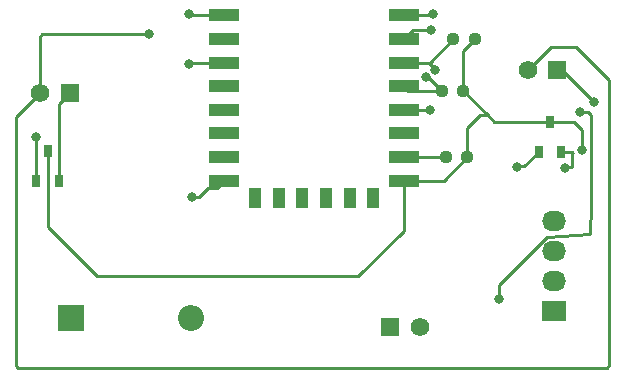
<source format=gbr>
%TF.GenerationSoftware,KiCad,Pcbnew,8.0.1*%
%TF.CreationDate,2024-04-05T19:32:32+05:30*%
%TF.ProjectId,TinyDrone,54696e79-4472-46f6-9e65-2e6b69636164,rev?*%
%TF.SameCoordinates,Original*%
%TF.FileFunction,Copper,L1,Top*%
%TF.FilePolarity,Positive*%
%FSLAX46Y46*%
G04 Gerber Fmt 4.6, Leading zero omitted, Abs format (unit mm)*
G04 Created by KiCad (PCBNEW 8.0.1) date 2024-04-05 19:32:32*
%MOMM*%
%LPD*%
G01*
G04 APERTURE LIST*
G04 Aperture macros list*
%AMRoundRect*
0 Rectangle with rounded corners*
0 $1 Rounding radius*
0 $2 $3 $4 $5 $6 $7 $8 $9 X,Y pos of 4 corners*
0 Add a 4 corners polygon primitive as box body*
4,1,4,$2,$3,$4,$5,$6,$7,$8,$9,$2,$3,0*
0 Add four circle primitives for the rounded corners*
1,1,$1+$1,$2,$3*
1,1,$1+$1,$4,$5*
1,1,$1+$1,$6,$7*
1,1,$1+$1,$8,$9*
0 Add four rect primitives between the rounded corners*
20,1,$1+$1,$2,$3,$4,$5,0*
20,1,$1+$1,$4,$5,$6,$7,0*
20,1,$1+$1,$6,$7,$8,$9,0*
20,1,$1+$1,$8,$9,$2,$3,0*%
G04 Aperture macros list end*
%TA.AperFunction,SMDPad,CuDef*%
%ADD10R,0.700000X1.000000*%
%TD*%
%TA.AperFunction,SMDPad,CuDef*%
%ADD11RoundRect,0.237500X-0.250000X-0.237500X0.250000X-0.237500X0.250000X0.237500X-0.250000X0.237500X0*%
%TD*%
%TA.AperFunction,ComponentPad*%
%ADD12R,1.575000X1.575000*%
%TD*%
%TA.AperFunction,ComponentPad*%
%ADD13C,1.575000*%
%TD*%
%TA.AperFunction,SMDPad,CuDef*%
%ADD14R,2.500000X1.000000*%
%TD*%
%TA.AperFunction,SMDPad,CuDef*%
%ADD15R,1.000000X1.800000*%
%TD*%
%TA.AperFunction,ComponentPad*%
%ADD16R,2.030000X1.730000*%
%TD*%
%TA.AperFunction,ComponentPad*%
%ADD17O,2.030000X1.730000*%
%TD*%
%TA.AperFunction,ComponentPad*%
%ADD18R,2.200000X2.200000*%
%TD*%
%TA.AperFunction,ComponentPad*%
%ADD19O,2.200000X2.200000*%
%TD*%
%TA.AperFunction,ViaPad*%
%ADD20C,0.800000*%
%TD*%
%TA.AperFunction,Conductor*%
%ADD21C,0.250000*%
%TD*%
G04 APERTURE END LIST*
D10*
%TO.P,Q1,1*%
%TO.N,/M2*%
X81990000Y-88460000D03*
%TO.P,Q1,2*%
%TO.N,/MR*%
X83890000Y-88460000D03*
%TO.P,Q1,3*%
%TO.N,GND*%
X82940000Y-85860000D03*
%TD*%
D11*
%TO.P,R4,1*%
%TO.N,/M1*%
X117265000Y-76440000D03*
%TO.P,R4,2*%
%TO.N,GND*%
X119090000Y-76440000D03*
%TD*%
D12*
%TO.P,J1,1,1*%
%TO.N,/ML*%
X126090000Y-79020000D03*
D13*
%TO.P,J1,2,2*%
%TO.N,/Bat2*%
X123590000Y-79020000D03*
%TD*%
D10*
%TO.P,Q2,1*%
%TO.N,/M1*%
X124510000Y-86000000D03*
%TO.P,Q2,2*%
%TO.N,/ML*%
X126410000Y-86000000D03*
%TO.P,Q2,3*%
%TO.N,GND*%
X125460000Y-83400000D03*
%TD*%
D11*
%TO.P,R3,1*%
%TO.N,/R3*%
X116647500Y-86400000D03*
%TO.P,R3,2*%
%TO.N,GND*%
X118472500Y-86400000D03*
%TD*%
D14*
%TO.P,U1,1,~{RST}*%
%TO.N,/R2*%
X97910000Y-74400000D03*
%TO.P,U1,2,ADC*%
%TO.N,unconnected-(U1-ADC-Pad2)*%
X97910000Y-76400000D03*
%TO.P,U1,3,EN*%
%TO.N,/R1*%
X97910000Y-78400000D03*
%TO.P,U1,4,GPIO16*%
%TO.N,unconnected-(U1-GPIO16-Pad4)*%
X97910000Y-80400000D03*
%TO.P,U1,5,GPIO14*%
%TO.N,unconnected-(U1-GPIO14-Pad5)*%
X97910000Y-82400000D03*
%TO.P,U1,6,GPIO12*%
%TO.N,unconnected-(U1-GPIO12-Pad6)*%
X97910000Y-84400000D03*
%TO.P,U1,7,GPIO13*%
%TO.N,unconnected-(U1-GPIO13-Pad7)*%
X97910000Y-86400000D03*
%TO.P,U1,8,VCC*%
%TO.N,post_diode*%
X97910000Y-88400000D03*
D15*
%TO.P,U1,9,CS0*%
%TO.N,unconnected-(U1-CS0-Pad9)*%
X100510000Y-89900000D03*
%TO.P,U1,10,MISO*%
%TO.N,unconnected-(U1-MISO-Pad10)*%
X102510000Y-89900000D03*
%TO.P,U1,11,GPIO9*%
%TO.N,unconnected-(U1-GPIO9-Pad11)*%
X104510000Y-89900000D03*
%TO.P,U1,12,GPIO10*%
%TO.N,unconnected-(U1-GPIO10-Pad12)*%
X106510000Y-89900000D03*
%TO.P,U1,13,MOSI*%
%TO.N,unconnected-(U1-MOSI-Pad13)*%
X108510000Y-89900000D03*
%TO.P,U1,14,SCLK*%
%TO.N,unconnected-(U1-SCLK-Pad14)*%
X110510000Y-89900000D03*
D14*
%TO.P,U1,15,GND*%
%TO.N,GND*%
X113110000Y-88400000D03*
%TO.P,U1,16,GPIO15*%
%TO.N,/R3*%
X113110000Y-86400000D03*
%TO.P,U1,17,GPIO2*%
%TO.N,unconnected-(U1-GPIO2-Pad17)*%
X113110000Y-84400000D03*
%TO.P,U1,18,GPIO0*%
%TO.N,/P3*%
X113110000Y-82400000D03*
%TO.P,U1,19,GPIO4*%
%TO.N,/M2*%
X113110000Y-80400000D03*
%TO.P,U1,20,GPIO5*%
%TO.N,/M1*%
X113110000Y-78400000D03*
%TO.P,U1,21,GPIO3/RXD*%
%TO.N,/P2*%
X113110000Y-76400000D03*
%TO.P,U1,22,GPIO1/TXD*%
%TO.N,/P1*%
X113110000Y-74400000D03*
%TD*%
D12*
%TO.P,J3,1,1*%
%TO.N,/MR*%
X84800000Y-80980000D03*
D13*
%TO.P,J3,2,2*%
%TO.N,/Bat2*%
X82300000Y-80980000D03*
%TD*%
D11*
%TO.P,R5,1*%
%TO.N,/M2*%
X116297500Y-80770000D03*
%TO.P,R5,2*%
%TO.N,GND*%
X118122500Y-80770000D03*
%TD*%
D12*
%TO.P,J2,1,1*%
%TO.N,/Bat2*%
X111960000Y-100765000D03*
D13*
%TO.P,J2,2,2*%
%TO.N,GND*%
X114460000Y-100765000D03*
%TD*%
D16*
%TO.P,J5,1,Pin_1*%
%TO.N,/P1*%
X125850000Y-99430000D03*
D17*
%TO.P,J5,2,Pin_2*%
%TO.N,/P2*%
X125850000Y-96890000D03*
%TO.P,J5,3,Pin_3*%
%TO.N,/P3*%
X125850000Y-94350000D03*
%TO.P,J5,4,Pin_4*%
%TO.N,GND*%
X125850000Y-91810000D03*
%TD*%
D18*
%TO.P,D1,1,K*%
%TO.N,post_diode*%
X84910000Y-100050000D03*
D19*
%TO.P,D1,2,A*%
%TO.N,/Bat2*%
X95070000Y-100050000D03*
%TD*%
D20*
%TO.N,/Bat2*%
X91500000Y-76000000D03*
%TO.N,post_diode*%
X95180000Y-89750000D03*
%TO.N,/ML*%
X129200000Y-81760000D03*
X126720000Y-87300000D03*
%TO.N,GND*%
X128220000Y-85820000D03*
%TO.N,/P1*%
X115560000Y-74330000D03*
%TO.N,/P2*%
X121150000Y-98450000D03*
X128050000Y-82600000D03*
X115430000Y-75680000D03*
%TO.N,/P3*%
X115360000Y-82400000D03*
%TO.N,/M2*%
X114980000Y-79630000D03*
X81960000Y-84740000D03*
%TO.N,/M1*%
X122710000Y-87230000D03*
X115760000Y-78990000D03*
%TO.N,/R1*%
X94940000Y-78560000D03*
%TO.N,/R2*%
X94940000Y-74290000D03*
%TD*%
D21*
%TO.N,post_diode*%
X97310000Y-89000000D02*
X97910000Y-88400000D01*
X95750000Y-89750000D02*
X96500000Y-89000000D01*
X96500000Y-89000000D02*
X97310000Y-89000000D01*
X95180000Y-89750000D02*
X95750000Y-89750000D01*
%TO.N,/Bat2*%
X130280000Y-104220000D02*
X130500000Y-104000000D01*
X80410000Y-104220000D02*
X130280000Y-104220000D01*
X130500000Y-79860000D02*
X130500000Y-104000000D01*
X82500000Y-76000000D02*
X82300000Y-76200000D01*
X91500000Y-76000000D02*
X82500000Y-76000000D01*
X82300000Y-76200000D02*
X82300000Y-80980000D01*
X127700000Y-77060000D02*
X130500000Y-79860000D01*
X123590000Y-79020000D02*
X125550000Y-77060000D01*
X125550000Y-77060000D02*
X127700000Y-77060000D01*
X80300000Y-104110000D02*
X80410000Y-104220000D01*
X82300000Y-80980000D02*
X80300000Y-82980000D01*
X80300000Y-82980000D02*
X80300000Y-104110000D01*
%TO.N,/ML*%
X127370000Y-87280000D02*
X127370000Y-86070000D01*
X127370000Y-87280000D02*
X126740000Y-87280000D01*
X127370000Y-86070000D02*
X127390000Y-86050000D01*
X127340000Y-86000000D02*
X126410000Y-86000000D01*
X129200000Y-81760000D02*
X126460000Y-79020000D01*
X126460000Y-79020000D02*
X126090000Y-79020000D01*
X127390000Y-86050000D02*
X127340000Y-86000000D01*
X126740000Y-87280000D02*
X126720000Y-87300000D01*
%TO.N,GND*%
X109220000Y-96510000D02*
X113110000Y-92620000D01*
X118472500Y-86400000D02*
X118472500Y-83971104D01*
X118122500Y-77407500D02*
X119090000Y-76440000D01*
X82940000Y-85860000D02*
X82940000Y-92330000D01*
X116472500Y-88400000D02*
X118472500Y-86400000D01*
X128220000Y-84070000D02*
X127550000Y-83400000D01*
X128220000Y-85820000D02*
X128220000Y-84070000D01*
X118472500Y-83971104D02*
X119584854Y-82858750D01*
X125460000Y-83400000D02*
X120752500Y-83400000D01*
X82940000Y-92330000D02*
X87120000Y-96510000D01*
X127550000Y-83400000D02*
X125460000Y-83400000D01*
X120752500Y-83400000D02*
X120211250Y-82858750D01*
X119584854Y-82858750D02*
X120211250Y-82858750D01*
X118122500Y-80770000D02*
X118122500Y-77407500D01*
X113110000Y-92620000D02*
X113110000Y-88400000D01*
X113110000Y-88400000D02*
X116472500Y-88400000D01*
X87120000Y-96510000D02*
X109220000Y-96510000D01*
X120211250Y-82858750D02*
X118122500Y-80770000D01*
%TO.N,/MR*%
X83890000Y-81890000D02*
X84800000Y-80980000D01*
X83890000Y-88460000D02*
X83890000Y-81890000D01*
%TO.N,/P1*%
X113110000Y-74400000D02*
X115490000Y-74400000D01*
X115490000Y-74400000D02*
X115560000Y-74330000D01*
X115560000Y-74330000D02*
X115630000Y-74400000D01*
%TO.N,/P2*%
X125207086Y-93160000D02*
X121150000Y-97217086D01*
X121150000Y-97217086D02*
X121150000Y-98450000D01*
X128075000Y-82575000D02*
X128675000Y-82575000D01*
X128025000Y-82575000D02*
X128050000Y-82600000D01*
X128945000Y-90547914D02*
X128900000Y-92940000D01*
X115430000Y-75680000D02*
X115470000Y-75640000D01*
X128050000Y-82600000D02*
X128075000Y-82575000D01*
X128900000Y-92940000D02*
X125207086Y-93160000D01*
X128945000Y-82845000D02*
X128945000Y-90547914D01*
X113870000Y-75640000D02*
X115390000Y-75640000D01*
X128675000Y-82575000D02*
X128945000Y-82845000D01*
X115390000Y-75640000D02*
X115430000Y-75680000D01*
X113110000Y-76400000D02*
X113870000Y-75640000D01*
%TO.N,/P3*%
X113110000Y-82400000D02*
X115360000Y-82400000D01*
X125850000Y-94350000D02*
X125850000Y-94775305D01*
X112710000Y-82400000D02*
X113110000Y-82400000D01*
%TO.N,/M2*%
X116297500Y-80770000D02*
X115102500Y-79575000D01*
X81960000Y-84740000D02*
X81990000Y-84770000D01*
X115035000Y-79575000D02*
X114980000Y-79630000D01*
X81990000Y-84710000D02*
X81960000Y-84740000D01*
X81990000Y-84770000D02*
X81990000Y-88460000D01*
X114980000Y-79630000D02*
X114925000Y-79575000D01*
X115102500Y-79575000D02*
X115035000Y-79575000D01*
X113480000Y-80770000D02*
X113110000Y-80400000D01*
X116297500Y-80770000D02*
X113480000Y-80770000D01*
%TO.N,/M1*%
X115807076Y-78990000D02*
X115760000Y-78990000D01*
X122710000Y-87230000D02*
X122680000Y-87200000D01*
X124510000Y-86000000D02*
X123310000Y-87200000D01*
X122740000Y-87200000D02*
X122710000Y-87230000D01*
X115305000Y-78400000D02*
X113110000Y-78400000D01*
X115217076Y-78400000D02*
X113110000Y-78400000D01*
X115760000Y-78990000D02*
X115760000Y-78942924D01*
X117265000Y-76440000D02*
X115305000Y-78400000D01*
X123310000Y-87200000D02*
X122740000Y-87200000D01*
X115760000Y-78942924D02*
X115217076Y-78400000D01*
%TO.N,/R1*%
X95100000Y-78400000D02*
X97910000Y-78400000D01*
X94940000Y-78560000D02*
X95100000Y-78400000D01*
%TO.N,/R2*%
X95050000Y-74400000D02*
X97910000Y-74400000D01*
X94940000Y-74290000D02*
X95050000Y-74400000D01*
%TO.N,/R3*%
X116647500Y-86400000D02*
X113110000Y-86400000D01*
%TD*%
M02*

</source>
